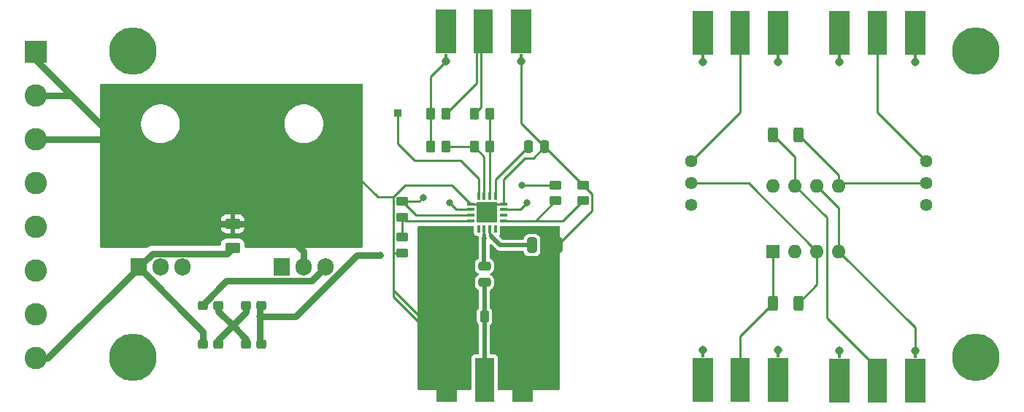
<source format=gbr>
%TF.GenerationSoftware,KiCad,Pcbnew,7.0.5*%
%TF.CreationDate,2023-07-10T11:24:46-06:00*%
%TF.ProjectId,S_Tele,535f5465-6c65-42e6-9b69-6361645f7063,rev?*%
%TF.SameCoordinates,Original*%
%TF.FileFunction,Copper,L1,Top*%
%TF.FilePolarity,Positive*%
%FSLAX46Y46*%
G04 Gerber Fmt 4.6, Leading zero omitted, Abs format (unit mm)*
G04 Created by KiCad (PCBNEW 7.0.5) date 2023-07-10 11:24:46*
%MOMM*%
%LPD*%
G01*
G04 APERTURE LIST*
G04 Aperture macros list*
%AMRoundRect*
0 Rectangle with rounded corners*
0 $1 Rounding radius*
0 $2 $3 $4 $5 $6 $7 $8 $9 X,Y pos of 4 corners*
0 Add a 4 corners polygon primitive as box body*
4,1,4,$2,$3,$4,$5,$6,$7,$8,$9,$2,$3,0*
0 Add four circle primitives for the rounded corners*
1,1,$1+$1,$2,$3*
1,1,$1+$1,$4,$5*
1,1,$1+$1,$6,$7*
1,1,$1+$1,$8,$9*
0 Add four rect primitives between the rounded corners*
20,1,$1+$1,$2,$3,$4,$5,0*
20,1,$1+$1,$4,$5,$6,$7,0*
20,1,$1+$1,$6,$7,$8,$9,0*
20,1,$1+$1,$8,$9,$2,$3,0*%
G04 Aperture macros list end*
%TA.AperFunction,SMDPad,CuDef*%
%ADD10RoundRect,0.250000X-0.262500X-0.450000X0.262500X-0.450000X0.262500X0.450000X-0.262500X0.450000X0*%
%TD*%
%TA.AperFunction,SMDPad,CuDef*%
%ADD11RoundRect,0.250000X-0.312500X-0.275000X0.312500X-0.275000X0.312500X0.275000X-0.312500X0.275000X0*%
%TD*%
%TA.AperFunction,SMDPad,CuDef*%
%ADD12RoundRect,0.250000X0.262500X0.450000X-0.262500X0.450000X-0.262500X-0.450000X0.262500X-0.450000X0*%
%TD*%
%TA.AperFunction,SMDPad,CuDef*%
%ADD13RoundRect,0.250000X0.625000X-0.375000X0.625000X0.375000X-0.625000X0.375000X-0.625000X-0.375000X0*%
%TD*%
%TA.AperFunction,SMDPad,CuDef*%
%ADD14R,2.290000X5.080000*%
%TD*%
%TA.AperFunction,SMDPad,CuDef*%
%ADD15R,2.420000X5.080000*%
%TD*%
%TA.AperFunction,SMDPad,CuDef*%
%ADD16R,0.460000X0.950000*%
%TD*%
%TA.AperFunction,ComponentPad*%
%ADD17C,0.970000*%
%TD*%
%TA.AperFunction,SMDPad,CuDef*%
%ADD18RoundRect,0.250000X0.312500X0.625000X-0.312500X0.625000X-0.312500X-0.625000X0.312500X-0.625000X0*%
%TD*%
%TA.AperFunction,ComponentPad*%
%ADD19C,5.500000*%
%TD*%
%TA.AperFunction,SMDPad,CuDef*%
%ADD20RoundRect,0.250000X-0.450000X0.262500X-0.450000X-0.262500X0.450000X-0.262500X0.450000X0.262500X0*%
%TD*%
%TA.AperFunction,SMDPad,CuDef*%
%ADD21R,0.899999X0.300000*%
%TD*%
%TA.AperFunction,SMDPad,CuDef*%
%ADD22R,0.300000X0.899999*%
%TD*%
%TA.AperFunction,SMDPad,CuDef*%
%ADD23R,2.350000X2.350000*%
%TD*%
%TA.AperFunction,SMDPad,CuDef*%
%ADD24RoundRect,0.250000X0.325000X0.650000X-0.325000X0.650000X-0.325000X-0.650000X0.325000X-0.650000X0*%
%TD*%
%TA.AperFunction,SMDPad,CuDef*%
%ADD25RoundRect,0.250000X0.312500X0.275000X-0.312500X0.275000X-0.312500X-0.275000X0.312500X-0.275000X0*%
%TD*%
%TA.AperFunction,ComponentPad*%
%ADD26R,0.850000X0.850000*%
%TD*%
%TA.AperFunction,ComponentPad*%
%ADD27R,1.905000X2.000000*%
%TD*%
%TA.AperFunction,ComponentPad*%
%ADD28O,1.905000X2.000000*%
%TD*%
%TA.AperFunction,SMDPad,CuDef*%
%ADD29RoundRect,0.250000X0.450000X-0.262500X0.450000X0.262500X-0.450000X0.262500X-0.450000X-0.262500X0*%
%TD*%
%TA.AperFunction,SMDPad,CuDef*%
%ADD30RoundRect,0.250000X0.475000X-0.250000X0.475000X0.250000X-0.475000X0.250000X-0.475000X-0.250000X0*%
%TD*%
%TA.AperFunction,SMDPad,CuDef*%
%ADD31RoundRect,0.250000X-0.250000X-0.475000X0.250000X-0.475000X0.250000X0.475000X-0.250000X0.475000X0*%
%TD*%
%TA.AperFunction,ComponentPad*%
%ADD32R,1.600000X1.600000*%
%TD*%
%TA.AperFunction,ComponentPad*%
%ADD33O,1.600000X1.600000*%
%TD*%
%TA.AperFunction,ComponentPad*%
%ADD34C,1.440000*%
%TD*%
%TA.AperFunction,ComponentPad*%
%ADD35R,2.600000X2.600000*%
%TD*%
%TA.AperFunction,ComponentPad*%
%ADD36C,2.600000*%
%TD*%
%TA.AperFunction,ViaPad*%
%ADD37C,0.800000*%
%TD*%
%TA.AperFunction,Conductor*%
%ADD38C,0.800000*%
%TD*%
%TA.AperFunction,Conductor*%
%ADD39C,0.250000*%
%TD*%
%TA.AperFunction,Conductor*%
%ADD40C,0.533400*%
%TD*%
%TA.AperFunction,Conductor*%
%ADD41C,0.300000*%
%TD*%
G04 APERTURE END LIST*
D10*
%TO.P,R2,1*%
%TO.N,GND*%
X128223000Y-89884250D03*
%TO.P,R2,2*%
%TO.N,VSET*%
X130048000Y-89884250D03*
%TD*%
D11*
%TO.P,C4,1*%
%TO.N,+5VDC*%
X101855500Y-108362750D03*
%TO.P,C4,2*%
%TO.N,GND*%
X103630500Y-108362750D03*
%TD*%
D12*
%TO.P,R1,1*%
%TO.N,VOUT*%
X135128000Y-86074250D03*
%TO.P,R1,2*%
%TO.N,DCOUT*%
X133303000Y-86074250D03*
%TD*%
D13*
%TO.P,D1,1,K*%
%TO.N,Vin*%
X105283000Y-101637750D03*
%TO.P,D1,2,A*%
%TO.N,GND*%
X105283000Y-98837750D03*
%TD*%
D11*
%TO.P,C1,1*%
%TO.N,Vin*%
X101855500Y-112807750D03*
%TO.P,C1,2*%
%TO.N,GND*%
X103630500Y-112807750D03*
%TD*%
D12*
%TO.P,R3,1*%
%TO.N,RFIN*%
X134493000Y-109569250D03*
%TO.P,R3,2*%
%TO.N,GND*%
X132668000Y-109569250D03*
%TD*%
D14*
%TO.P,J5,1,In*%
%TO.N,Net-(J5-In)*%
X164173200Y-76615850D03*
D15*
%TO.P,J5,2,Ext*%
%TO.N,GND*%
X168553200Y-76615850D03*
X159793200Y-76615850D03*
D16*
X168553200Y-79605850D03*
X159793200Y-79605850D03*
D17*
X168553200Y-80055850D03*
X159793200Y-80055850D03*
%TD*%
D18*
%TO.P,Rf2,1*%
%TO.N,Net-(U4B-+)*%
X170894200Y-88474350D03*
%TO.P,Rf2,2*%
%TO.N,Net-(J8-In)*%
X167969200Y-88474350D03*
%TD*%
D19*
%TO.P,REF\u002A\u002A,1*%
%TO.N,N/C*%
X93726000Y-78740000D03*
%TD*%
D20*
%TO.P,R10,1*%
%TO.N,VREF*%
X124968000Y-96234250D03*
%TO.P,R10,2*%
%TO.N,VTGT*%
X124968000Y-98059250D03*
%TD*%
D10*
%TO.P,R6,1*%
%TO.N,VSET*%
X133303000Y-89884250D03*
%TO.P,R6,2*%
%TO.N,VOUT*%
X135128000Y-89884250D03*
%TD*%
D14*
%TO.P,J3,1,In*%
%TO.N,RFIN*%
X134493000Y-116929250D03*
D15*
%TO.P,J3,2,Ext*%
%TO.N,GND*%
X130113000Y-116929250D03*
X138873000Y-116929250D03*
D16*
X130113000Y-113939250D03*
X138873000Y-113939250D03*
D17*
X130113000Y-113489250D03*
X138873000Y-113489250D03*
%TD*%
D21*
%TO.P,U3,1,TADJ/PWDN*%
%TO.N,TADJ{slash}PWDN*%
X136688000Y-98474248D03*
%TO.P,U3,2,NC*%
%TO.N,unconnected-(U3-NC-Pad2)*%
X136688000Y-97824250D03*
%TO.P,U3,3,VPOS*%
%TO.N,+5VDC*%
X136688000Y-97174248D03*
%TO.P,U3,4,COMM*%
%TO.N,GND*%
X136688000Y-96524250D03*
D22*
%TO.P,U3,5,CLPF*%
%TO.N,CLPF*%
X135763000Y-95599250D03*
%TO.P,U3,6,VOUT*%
%TO.N,VOUT*%
X135113002Y-95599250D03*
%TO.P,U3,7,VSET*%
%TO.N,VSET*%
X134463000Y-95599250D03*
%TO.P,U3,8,TEMP*%
%TO.N,TEMP*%
X133813002Y-95599250D03*
D21*
%TO.P,U3,9,COMM*%
%TO.N,GND*%
X132888002Y-96524250D03*
%TO.P,U3,10,VPOS*%
%TO.N,+5VDC*%
X132888002Y-97174248D03*
%TO.P,U3,11,VREF*%
%TO.N,VREF*%
X132888002Y-97824250D03*
%TO.P,U3,12,VTGT*%
%TO.N,VTGT*%
X132888002Y-98474248D03*
D22*
%TO.P,U3,13,NC*%
%TO.N,unconnected-(U3-NC-Pad13)*%
X133813002Y-99399248D03*
%TO.P,U3,14,INHI*%
%TO.N,INHI*%
X134463000Y-99399248D03*
%TO.P,U3,15,INLO*%
%TO.N,INLO*%
X135113002Y-99399248D03*
%TO.P,U3,16,NC*%
%TO.N,unconnected-(U3-NC-Pad16)*%
X135763000Y-99399248D03*
D23*
%TO.P,U3,17,EPAD*%
%TO.N,GND*%
X134788001Y-97499249D03*
%TD*%
D14*
%TO.P,J4,1,In*%
%TO.N,DCOUT*%
X134366000Y-76523500D03*
D15*
%TO.P,J4,2,Ext*%
%TO.N,GND*%
X138746000Y-76523500D03*
X129986000Y-76523500D03*
D16*
X138746000Y-79513500D03*
X129986000Y-79513500D03*
D17*
X138746000Y-79963500D03*
X129986000Y-79963500D03*
%TD*%
D24*
%TO.P,C12,1*%
%TO.N,GND*%
X142953000Y-101314250D03*
%TO.P,C12,2*%
%TO.N,INLO*%
X140003000Y-101314250D03*
%TD*%
D25*
%TO.P,C2,1*%
%TO.N,+15VDC*%
X108633000Y-108362750D03*
%TO.P,C2,2*%
%TO.N,GND*%
X106858000Y-108362750D03*
%TD*%
D20*
%TO.P,R11,1*%
%TO.N,VTGT*%
X124968000Y-100401750D03*
%TO.P,R11,2*%
%TO.N,GND*%
X124968000Y-102226750D03*
%TD*%
D26*
%TO.P,J2,1,Pin_1*%
%TO.N,TEMP*%
X124460000Y-86010750D03*
%TD*%
D19*
%TO.P,REF\u002A\u002A,1*%
%TO.N,N/C*%
X191516000Y-78740000D03*
%TD*%
D27*
%TO.P,U1,1,IN*%
%TO.N,Vin*%
X94368000Y-103876750D03*
D28*
%TO.P,U1,2,GND*%
%TO.N,GND*%
X96908000Y-103876750D03*
%TO.P,U1,3,OUT*%
%TO.N,+15VDC*%
X99448000Y-103876750D03*
%TD*%
D19*
%TO.P,REF\u002A\u002A,1*%
%TO.N,N/C*%
X93726000Y-114300000D03*
%TD*%
%TO.P,REF\u002A\u002A,1*%
%TO.N,N/C*%
X191516000Y-114300000D03*
%TD*%
D29*
%TO.P,R9,1*%
%TO.N,TADJ{slash}PWDN*%
X142748000Y-96154250D03*
%TO.P,R9,2*%
%TO.N,VREF*%
X142748000Y-94329250D03*
%TD*%
D27*
%TO.P,U2,1,IN*%
%TO.N,+15VDC*%
X110998000Y-103876750D03*
D28*
%TO.P,U2,2,GND*%
%TO.N,GND*%
X113538000Y-103876750D03*
%TO.P,U2,3,OUT*%
%TO.N,+5VDC*%
X116078000Y-103876750D03*
%TD*%
D30*
%TO.P,C10,1*%
%TO.N,RFIN*%
X134493000Y-105644250D03*
%TO.P,C10,2*%
%TO.N,INHI*%
X134493000Y-103744250D03*
%TD*%
D31*
%TO.P,C9,1*%
%TO.N,CLPF*%
X139573000Y-89884250D03*
%TO.P,C9,2*%
%TO.N,GND*%
X141473000Y-89884250D03*
%TD*%
D14*
%TO.P,J6,1,In*%
%TO.N,Net-(J6-In)*%
X164173400Y-116929400D03*
D15*
%TO.P,J6,2,Ext*%
%TO.N,GND*%
X159793400Y-116929400D03*
X168553400Y-116929400D03*
D16*
X159793400Y-113939400D03*
X168553400Y-113939400D03*
D17*
X159793400Y-113489400D03*
X168553400Y-113489400D03*
%TD*%
D12*
%TO.P,R15,1*%
%TO.N,DCOUT*%
X130048000Y-86074250D03*
%TO.P,R15,2*%
%TO.N,GND*%
X128223000Y-86074250D03*
%TD*%
D29*
%TO.P,R12,1*%
%TO.N,TADJ{slash}PWDN*%
X145923000Y-96154250D03*
%TO.P,R12,2*%
%TO.N,GND*%
X145923000Y-94329250D03*
%TD*%
D32*
%TO.P,U4,1*%
%TO.N,Net-(J6-In)*%
X167979200Y-102053350D03*
D33*
%TO.P,U4,2,-*%
%TO.N,GND*%
X170519200Y-102053350D03*
%TO.P,U4,3,+*%
%TO.N,Net-(U4A-+)*%
X173059200Y-102053350D03*
%TO.P,U4,4,V-*%
%TO.N,GND*%
X175599200Y-102053350D03*
%TO.P,U4,5,+*%
%TO.N,Net-(U4B-+)*%
X175599200Y-94433350D03*
%TO.P,U4,6,-*%
%TO.N,GND*%
X173059200Y-94433350D03*
%TO.P,U4,7*%
%TO.N,Net-(J8-In)*%
X170519200Y-94433350D03*
%TO.P,U4,8,V+*%
%TO.N,+15VDC*%
X167979200Y-94433350D03*
%TD*%
D25*
%TO.P,C3,1*%
%TO.N,+15VDC*%
X108633000Y-112807750D03*
%TO.P,C3,2*%
%TO.N,GND*%
X106858000Y-112807750D03*
%TD*%
D34*
%TO.P,R_pot2,1,1*%
%TO.N,Net-(J7-In)*%
X185749200Y-91585850D03*
%TO.P,R_pot2,2,2*%
%TO.N,Net-(U4B-+)*%
X185749200Y-94125850D03*
%TO.P,R_pot2,3,3*%
%TO.N,unconnected-(R_pot2-Pad3)*%
X185749200Y-96665850D03*
%TD*%
D14*
%TO.P,J8,1,In*%
%TO.N,Net-(J8-In)*%
X180048400Y-117004400D03*
D15*
%TO.P,J8,2,Ext*%
%TO.N,GND*%
X175668400Y-117004400D03*
X184428400Y-117004400D03*
D16*
X175668400Y-114014400D03*
X184428400Y-114014400D03*
D17*
X175668400Y-113564400D03*
X184428400Y-113564400D03*
%TD*%
D18*
%TO.P,Rf1,1*%
%TO.N,Net-(U4A-+)*%
X170904200Y-108032350D03*
%TO.P,Rf1,2*%
%TO.N,Net-(J6-In)*%
X167979200Y-108032350D03*
%TD*%
D35*
%TO.P,J1,1,Pin_1*%
%TO.N,GND*%
X82423000Y-78898750D03*
D36*
%TO.P,J1,2,Pin_2*%
X82423000Y-83978750D03*
%TO.P,J1,3,Pin_3*%
X82423000Y-89058750D03*
%TO.P,J1,4,Pin_4*%
%TO.N,+5VDC*%
X82423000Y-94138750D03*
%TO.P,J1,5,Pin_5*%
X82423000Y-99218750D03*
%TO.P,J1,6,Pin_6*%
%TO.N,+15VDC*%
X82423000Y-104298750D03*
%TO.P,J1,7,Pin_7*%
X82423000Y-109378750D03*
%TO.P,J1,8,Pin_8*%
%TO.N,Vin*%
X82423000Y-114458750D03*
%TD*%
D14*
%TO.P,J7,1,In*%
%TO.N,Net-(J7-In)*%
X180048200Y-76615850D03*
D15*
%TO.P,J7,2,Ext*%
%TO.N,GND*%
X184428200Y-76615850D03*
X175668200Y-76615850D03*
D16*
X184428200Y-79605850D03*
X175668200Y-79605850D03*
D17*
X184428200Y-80055850D03*
X175668200Y-80055850D03*
%TD*%
D34*
%TO.P,R_pot1,1,1*%
%TO.N,Net-(J5-In)*%
X158444200Y-91585850D03*
%TO.P,R_pot1,2,2*%
%TO.N,Net-(U4A-+)*%
X158444200Y-94125850D03*
%TO.P,R_pot1,3,3*%
%TO.N,unconnected-(R_pot1-Pad3)*%
X158444200Y-96665850D03*
%TD*%
D37*
%TO.N,GND*%
X105156000Y-85598000D03*
X107696000Y-92710000D03*
X142113000Y-111416750D03*
X132588000Y-111416750D03*
X91186000Y-100330000D03*
X116332000Y-98298000D03*
X136398000Y-111416750D03*
X113538000Y-96520000D03*
X102616000Y-87122000D03*
X127508000Y-113956750D03*
X91186000Y-90170000D03*
X113538000Y-100330000D03*
X119126000Y-96520000D03*
X136398000Y-105066750D03*
X96901000Y-90170000D03*
X96901000Y-83820000D03*
X96901000Y-96520000D03*
X99314000Y-98298000D03*
X91186000Y-92710000D03*
X142113000Y-113956750D03*
X99568000Y-91440000D03*
X132588000Y-107606750D03*
X113538000Y-83820000D03*
X102616000Y-90170000D03*
X113538000Y-92710000D03*
X127508000Y-102526750D03*
X132588000Y-105066750D03*
X102616000Y-100330000D03*
X102616000Y-96520000D03*
X110998000Y-98298000D03*
X94234000Y-98298000D03*
X91186000Y-87122000D03*
X119126000Y-92710000D03*
X94234000Y-91598750D03*
X107696000Y-87122000D03*
X142113000Y-117131750D03*
X119126000Y-90170000D03*
X142113000Y-105066750D03*
X96901000Y-92710000D03*
X136398000Y-107606750D03*
X107696000Y-83820000D03*
X110744000Y-91440000D03*
X142113000Y-107606750D03*
X119126000Y-87122000D03*
X119126000Y-100330000D03*
X116332000Y-91440000D03*
X107696000Y-96520000D03*
X102616000Y-83820000D03*
X105156000Y-88392000D03*
X107696000Y-100330000D03*
X136398000Y-102526750D03*
X113538000Y-90170000D03*
X119126000Y-83820000D03*
X96901000Y-100330000D03*
X132588000Y-102526750D03*
X127508000Y-111416750D03*
X127508000Y-105066750D03*
X105283000Y-110648750D03*
X91186000Y-83820000D03*
X127508000Y-117131750D03*
X105156000Y-95138250D03*
X105156000Y-91440000D03*
X127508000Y-107606750D03*
X102616000Y-92710000D03*
X91186000Y-96520000D03*
X107696000Y-90170000D03*
%TO.N,+15VDC*%
X122428000Y-102520750D03*
X108458000Y-109632750D03*
%TO.N,+5VDC*%
X139446000Y-96424750D03*
X130429000Y-96424750D03*
%TO.N,VREF*%
X138811000Y-94361000D03*
X127381000Y-95758000D03*
%TD*%
D38*
%TO.N,Vin*%
X95968000Y-102276750D02*
X104644000Y-102276750D01*
X104644000Y-102276750D02*
X105283000Y-101637750D01*
X94368000Y-103876750D02*
X95968000Y-102276750D01*
X94368000Y-103876750D02*
X101855500Y-111364250D01*
X82423000Y-114458750D02*
X83820000Y-114458750D01*
X83820000Y-114458750D02*
X94368000Y-103910750D01*
X94368000Y-103910750D02*
X94368000Y-103876750D01*
X101855500Y-112807750D02*
X101855500Y-111364250D01*
D39*
%TO.N,GND*%
X138746000Y-79963500D02*
X138746000Y-87157250D01*
D38*
X106858000Y-108362750D02*
X106858000Y-109073750D01*
D39*
X136688000Y-93690000D02*
X139192000Y-91186000D01*
X142113000Y-105066750D02*
X142292327Y-105066750D01*
X119126000Y-92710000D02*
X122149577Y-95733577D01*
D38*
X94234000Y-91598750D02*
X101473000Y-98837750D01*
X91694000Y-89058750D02*
X91995625Y-89360375D01*
D39*
X175599200Y-96973350D02*
X173059200Y-94433350D01*
X123943000Y-106553000D02*
X123943000Y-102235000D01*
D38*
X106858000Y-109073750D02*
X105283000Y-110648750D01*
X94234000Y-91598750D02*
X91995625Y-89360375D01*
D39*
X129986000Y-79963500D02*
X128223000Y-81726500D01*
D38*
X106858000Y-112807750D02*
X106858000Y-112223750D01*
X91995625Y-89360375D02*
X86915625Y-84280375D01*
D39*
X133813002Y-96524250D02*
X134788001Y-97499249D01*
D38*
X86614000Y-83978750D02*
X86915625Y-84280375D01*
D39*
X145918000Y-94329250D02*
X141473000Y-89884250D01*
D38*
X106858000Y-112223750D02*
X105283000Y-110648750D01*
D39*
X122149577Y-95733577D02*
X123943000Y-95733577D01*
D38*
X103630500Y-112301250D02*
X105283000Y-110648750D01*
X82423000Y-89058750D02*
X90170000Y-89058750D01*
D39*
X126959250Y-109569250D02*
X123943000Y-106553000D01*
X146948000Y-95354250D02*
X146948000Y-97319250D01*
D38*
X103630500Y-108362750D02*
X103630500Y-108996250D01*
D39*
X142113000Y-105246077D02*
X142113000Y-105066750D01*
D38*
X103630500Y-108996250D02*
X105283000Y-110648750D01*
D39*
X139192000Y-91186000D02*
X140171250Y-91186000D01*
X123943000Y-102235000D02*
X123943000Y-95733577D01*
X130737754Y-94374002D02*
X132888002Y-96524250D01*
X142292327Y-105066750D02*
X142953000Y-104406077D01*
X175599200Y-102053350D02*
X175599200Y-96973350D01*
D38*
X113538000Y-102076750D02*
X113538000Y-103876750D01*
D39*
X140171250Y-91186000D02*
X141473000Y-89884250D01*
X125302575Y-94374002D02*
X130737754Y-94374002D01*
X123943000Y-107319250D02*
X123943000Y-106553000D01*
X124959750Y-102235000D02*
X124968000Y-102226750D01*
X145923000Y-94329250D02*
X146948000Y-95354250D01*
D38*
X82423000Y-79787750D02*
X86915625Y-84280375D01*
D39*
X127508000Y-111416750D02*
X127508000Y-110884250D01*
X145923000Y-94329250D02*
X145918000Y-94329250D01*
X132668000Y-109569250D02*
X126959250Y-109569250D01*
X123943000Y-102235000D02*
X124959750Y-102235000D01*
X135763000Y-96524250D02*
X134788001Y-97499249D01*
D38*
X101473000Y-98837750D02*
X105283000Y-98837750D01*
D39*
X132888002Y-96524250D02*
X133813002Y-96524250D01*
X127508000Y-110884250D02*
X123943000Y-107319250D01*
D38*
X90074750Y-89058750D02*
X90170000Y-89058750D01*
X103630500Y-112807750D02*
X103630500Y-112301250D01*
D39*
X184428400Y-113564400D02*
X184428400Y-110882550D01*
X146948000Y-97319250D02*
X142953000Y-101314250D01*
D38*
X82423000Y-83978750D02*
X86614000Y-83978750D01*
D39*
X136688000Y-96524250D02*
X136688000Y-93690000D01*
X138746000Y-87157250D02*
X141473000Y-89884250D01*
D38*
X105283000Y-98837750D02*
X110299000Y-98837750D01*
X110299000Y-98837750D02*
X113538000Y-102076750D01*
D39*
X123943000Y-95733577D02*
X125302575Y-94374002D01*
X136688000Y-96524250D02*
X135763000Y-96524250D01*
X184428400Y-110882550D02*
X175599200Y-102053350D01*
D38*
X90170000Y-89058750D02*
X91694000Y-89058750D01*
X82423000Y-78898750D02*
X82423000Y-79787750D01*
D39*
X128223000Y-81726500D02*
X128223000Y-89884250D01*
D38*
%TO.N,+15VDC*%
X119677067Y-102520750D02*
X122428000Y-102520750D01*
X108458000Y-108537750D02*
X108633000Y-108362750D01*
X108633000Y-112807750D02*
X108458000Y-112632750D01*
X111887000Y-109632750D02*
X112565067Y-109632750D01*
X108458000Y-109632750D02*
X111887000Y-109632750D01*
X108458000Y-112632750D02*
X108458000Y-108537750D01*
X112565067Y-109632750D02*
X119677067Y-102520750D01*
%TO.N,+5VDC*%
X101855500Y-108198168D02*
X101855500Y-108362750D01*
X114478000Y-105476750D02*
X116078000Y-103876750D01*
D39*
X136688000Y-97174248D02*
X138696502Y-97174248D01*
D38*
X104576918Y-105476750D02*
X114478000Y-105476750D01*
D39*
X132888002Y-97174248D02*
X131178498Y-97174248D01*
X131178498Y-97174248D02*
X130429000Y-96424750D01*
X138696502Y-97174248D02*
X139446000Y-96424750D01*
D38*
X104576918Y-105476750D02*
X101855500Y-108198168D01*
D39*
%TO.N,CLPF*%
X135763000Y-93694250D02*
X135763000Y-95599250D01*
X139573000Y-89884250D02*
X135763000Y-93694250D01*
D40*
%TO.N,INHI*%
X134463000Y-103714250D02*
X134493000Y-103744250D01*
X134463000Y-100621750D02*
X134463000Y-103714250D01*
D41*
%TO.N,INLO*%
X135113002Y-99399248D02*
X135113002Y-99844752D01*
D40*
X140003000Y-101314250D02*
X136328500Y-101314250D01*
D41*
X135113002Y-99844752D02*
X135128000Y-99859750D01*
D40*
X136328500Y-101314250D02*
X135509000Y-100494750D01*
D39*
%TO.N,DCOUT*%
X134112000Y-76677750D02*
X134380200Y-76409550D01*
X133303000Y-86074250D02*
X134112000Y-85265250D01*
X133604000Y-82518250D02*
X133604000Y-77185750D01*
X130048000Y-86074250D02*
X133604000Y-82518250D01*
X133604000Y-77185750D02*
X134380200Y-76409550D01*
X134112000Y-85265250D02*
X134112000Y-76677750D01*
%TO.N,Net-(J5-In)*%
X164149200Y-85880850D02*
X164149200Y-76615850D01*
X158444200Y-91585850D02*
X164149200Y-85880850D01*
%TO.N,Net-(J6-In)*%
X164159200Y-111852350D02*
X164159200Y-117043350D01*
X167979200Y-108032350D02*
X164159200Y-111852350D01*
X167979200Y-102053350D02*
X167979200Y-108032350D01*
%TO.N,Net-(J7-In)*%
X180024200Y-85860850D02*
X185749200Y-91585850D01*
X180024200Y-76615850D02*
X180024200Y-85860850D01*
%TO.N,TEMP*%
X133813002Y-95599250D02*
X133813002Y-93585752D01*
X131699000Y-91471750D02*
X126365000Y-91471750D01*
X133813002Y-93585752D02*
X131699000Y-91471750D01*
X126365000Y-91471750D02*
X124460000Y-89566750D01*
X124460000Y-86010750D02*
X124460000Y-89566750D01*
%TO.N,VOUT*%
X135113002Y-95599250D02*
X135113002Y-86089248D01*
X135113002Y-86089248D02*
X135128000Y-86074250D01*
%TO.N,VSET*%
X133303000Y-89884250D02*
X134463000Y-91044250D01*
X134463000Y-91044250D02*
X134463000Y-95599250D01*
X130048000Y-89884250D02*
X133303000Y-89884250D01*
%TO.N,TADJ{slash}PWDN*%
X140428002Y-98474248D02*
X142748000Y-96154250D01*
X136688000Y-98474248D02*
X140428002Y-98474248D01*
X140428002Y-98474248D02*
X143603002Y-98474248D01*
X143603002Y-98474248D02*
X145923000Y-96154250D01*
%TO.N,VREF*%
X126904750Y-96234250D02*
X127381000Y-95758000D01*
X132888002Y-97824250D02*
X126558000Y-97824250D01*
X138811000Y-94361000D02*
X142716250Y-94361000D01*
X124968000Y-96234250D02*
X126904750Y-96234250D01*
X126558000Y-97824250D02*
X124968000Y-96234250D01*
X142716250Y-94361000D02*
X142748000Y-94329250D01*
%TO.N,VTGT*%
X125382998Y-98474248D02*
X132888002Y-98474248D01*
X124968000Y-100401750D02*
X124968000Y-98059250D01*
X124968000Y-98059250D02*
X125382998Y-98474248D01*
%TO.N,Net-(U4A-+)*%
X170904200Y-108032350D02*
X173059200Y-105877350D01*
X173059200Y-105877350D02*
X173059200Y-102053350D01*
X158444200Y-94125850D02*
X165131700Y-94125850D01*
X165131700Y-94125850D02*
X173059200Y-102053350D01*
%TO.N,Net-(U4B-+)*%
X185749200Y-94125850D02*
X175906700Y-94125850D01*
X170894200Y-88474350D02*
X175599200Y-93179350D01*
X175906700Y-94125850D02*
X175599200Y-94433350D01*
X175599200Y-93179350D02*
X175599200Y-94433350D01*
%TO.N,Net-(J8-In)*%
X180048400Y-117004400D02*
X180048400Y-115609400D01*
X170519200Y-91024350D02*
X170519200Y-94433350D01*
X167969200Y-88474350D02*
X170519200Y-91024350D01*
X174184200Y-109745200D02*
X174184200Y-98098350D01*
X180048400Y-115609400D02*
X174184200Y-109745200D01*
X174184200Y-98098350D02*
X170519200Y-94433350D01*
D40*
%TO.N,RFIN*%
X134493000Y-109569250D02*
X134493000Y-105644250D01*
X134493000Y-116929250D02*
X134493000Y-109569250D01*
%TD*%
%TA.AperFunction,Conductor*%
%TO.N,INHI*%
G36*
X134602694Y-99398011D02*
G01*
X134610500Y-99402399D01*
X134613000Y-99409628D01*
X134613000Y-99624247D01*
X134616024Y-99723168D01*
X134616267Y-99731084D01*
X134616268Y-99731097D01*
X134625135Y-99826188D01*
X134625135Y-99826192D01*
X134638202Y-99913436D01*
X134638213Y-99913499D01*
X134654075Y-99996761D01*
X134671360Y-100080052D01*
X134688603Y-100166941D01*
X134688635Y-100167113D01*
X134704472Y-100261621D01*
X134704509Y-100261874D01*
X134717544Y-100367853D01*
X134717573Y-100368142D01*
X134726421Y-100489566D01*
X134726435Y-100489856D01*
X134729452Y-100620087D01*
X134726218Y-100628437D01*
X134719106Y-100631980D01*
X134464351Y-100661597D01*
X134461649Y-100661597D01*
X134206892Y-100631980D01*
X134199070Y-100627620D01*
X134196546Y-100620089D01*
X134199564Y-100489825D01*
X134199575Y-100489603D01*
X134208428Y-100368102D01*
X134208450Y-100367889D01*
X134221496Y-100261824D01*
X134221526Y-100261621D01*
X134237372Y-100167062D01*
X134237395Y-100166941D01*
X134254640Y-100080052D01*
X134260689Y-100050898D01*
X134271921Y-99996774D01*
X134287792Y-99913465D01*
X134300863Y-99826194D01*
X134309732Y-99731082D01*
X134313000Y-99624247D01*
X134313000Y-99409628D01*
X134316427Y-99401355D01*
X134323305Y-99398011D01*
X134461608Y-99381415D01*
X134464392Y-99381415D01*
X134602694Y-99398011D01*
G37*
%TD.AperFunction*%
%TD*%
%TA.AperFunction,Conductor*%
%TO.N,INLO*%
G36*
X135007654Y-99324770D02*
G01*
X135241731Y-99420828D01*
X135248083Y-99427138D01*
X135248112Y-99436093D01*
X135246743Y-99438542D01*
X135171739Y-99541448D01*
X135171739Y-99541449D01*
X135178793Y-99631065D01*
X135178804Y-99631235D01*
X135183049Y-99721883D01*
X135245421Y-99796355D01*
X135289395Y-99850520D01*
X135302227Y-99866326D01*
X135302227Y-99866327D01*
X135302228Y-99866327D01*
X135359034Y-99936300D01*
X135359041Y-99936308D01*
X135421379Y-100010738D01*
X135421428Y-100010795D01*
X135494925Y-100094255D01*
X135494938Y-100094269D01*
X135558365Y-100162449D01*
X135585116Y-100191205D01*
X135585139Y-100191229D01*
X135585149Y-100191239D01*
X135697584Y-100306164D01*
X135720002Y-100328582D01*
X135723429Y-100336855D01*
X135722271Y-100341931D01*
X135605068Y-100585352D01*
X135599602Y-100590818D01*
X135356181Y-100708021D01*
X135347240Y-100708522D01*
X135342832Y-100705752D01*
X135320519Y-100683439D01*
X135320316Y-100683225D01*
X135274503Y-100632549D01*
X135210124Y-100561334D01*
X135209702Y-100560809D01*
X135131562Y-100450988D01*
X135131180Y-100450375D01*
X135076925Y-100349462D01*
X135076655Y-100348886D01*
X135059405Y-100306164D01*
X135038241Y-100253750D01*
X135038126Y-100253437D01*
X135008062Y-100162448D01*
X135007490Y-100159434D01*
X135002375Y-100068357D01*
X134989181Y-99972774D01*
X134967363Y-99909514D01*
X134950839Y-99861602D01*
X134950200Y-99857787D01*
X134950200Y-99430389D01*
X134951174Y-99425715D01*
X134992487Y-99330921D01*
X134998934Y-99324705D01*
X135007654Y-99324770D01*
G37*
%TD.AperFunction*%
%TD*%
%TA.AperFunction,Conductor*%
%TO.N,GND*%
G36*
X133224541Y-99079685D02*
G01*
X133270296Y-99132489D01*
X133281502Y-99183999D01*
X133281502Y-99885454D01*
X133292306Y-99959609D01*
X133292306Y-99959610D01*
X133292307Y-99959612D01*
X133348223Y-100073991D01*
X133348225Y-100073994D01*
X133438255Y-100164024D01*
X133438258Y-100164026D01*
X133535923Y-100211771D01*
X133552641Y-100219944D01*
X133626796Y-100230748D01*
X133697548Y-100230748D01*
X133764587Y-100250433D01*
X133810342Y-100303237D01*
X133821220Y-100363760D01*
X133813936Y-100463718D01*
X133813658Y-100468249D01*
X133813413Y-100473216D01*
X133813226Y-100478339D01*
X133810148Y-100611222D01*
X133810055Y-100617258D01*
X133813255Y-100637340D01*
X133814799Y-100656850D01*
X133814800Y-102810025D01*
X133795115Y-102877064D01*
X133753921Y-102916757D01*
X133627875Y-102991299D01*
X133627867Y-102991305D01*
X133515055Y-103104117D01*
X133515049Y-103104125D01*
X133433832Y-103241456D01*
X133433830Y-103241462D01*
X133389319Y-103394669D01*
X133389317Y-103394680D01*
X133386500Y-103430474D01*
X133386500Y-104058025D01*
X133389317Y-104093819D01*
X133389319Y-104093830D01*
X133433830Y-104247037D01*
X133433832Y-104247043D01*
X133515049Y-104384374D01*
X133515055Y-104384382D01*
X133627867Y-104497194D01*
X133627871Y-104497197D01*
X133627873Y-104497199D01*
X133627876Y-104497200D01*
X133627875Y-104497200D01*
X133765206Y-104578417D01*
X133769902Y-104580449D01*
X133823609Y-104625140D01*
X133844629Y-104691773D01*
X133826288Y-104759192D01*
X133774409Y-104805993D01*
X133769902Y-104808051D01*
X133765206Y-104810082D01*
X133627875Y-104891299D01*
X133627867Y-104891305D01*
X133515055Y-105004117D01*
X133515049Y-105004125D01*
X133433832Y-105141456D01*
X133433830Y-105141462D01*
X133389319Y-105294669D01*
X133389317Y-105294680D01*
X133386500Y-105330474D01*
X133386500Y-105958025D01*
X133389317Y-105993819D01*
X133389319Y-105993830D01*
X133433830Y-106147037D01*
X133433832Y-106147043D01*
X133515049Y-106284374D01*
X133515055Y-106284382D01*
X133627867Y-106397194D01*
X133627876Y-106397201D01*
X133765204Y-106478416D01*
X133765206Y-106478416D01*
X133765208Y-106478418D01*
X133765209Y-106478418D01*
X133770038Y-106480508D01*
X133823750Y-106525194D01*
X133844775Y-106591825D01*
X133844800Y-106594313D01*
X133844800Y-108560511D01*
X133825115Y-108627550D01*
X133808481Y-108648192D01*
X133727555Y-108729117D01*
X133727549Y-108729125D01*
X133646332Y-108866456D01*
X133646330Y-108866462D01*
X133601819Y-109019669D01*
X133601817Y-109019680D01*
X133599000Y-109055474D01*
X133599000Y-110083025D01*
X133601817Y-110118819D01*
X133601819Y-110118830D01*
X133646330Y-110272037D01*
X133646332Y-110272043D01*
X133727549Y-110409374D01*
X133727555Y-110409382D01*
X133808480Y-110490307D01*
X133841965Y-110551630D01*
X133844799Y-110577988D01*
X133844800Y-113883750D01*
X133825115Y-113950789D01*
X133772311Y-113996544D01*
X133720800Y-114007750D01*
X133311794Y-114007750D01*
X133237639Y-114018554D01*
X133237637Y-114018554D01*
X133237635Y-114018555D01*
X133123256Y-114074471D01*
X133123253Y-114074473D01*
X133033223Y-114164503D01*
X133033221Y-114164506D01*
X132977305Y-114278885D01*
X132977304Y-114278887D01*
X132977304Y-114278889D01*
X132966500Y-114353044D01*
X132966499Y-114353049D01*
X132966500Y-114353049D01*
X132966500Y-117986000D01*
X132946815Y-118053039D01*
X132894011Y-118098794D01*
X132842500Y-118110000D01*
X126870000Y-118110000D01*
X126802961Y-118090315D01*
X126757206Y-118037511D01*
X126746000Y-117986000D01*
X126746000Y-99184000D01*
X126765685Y-99116961D01*
X126818489Y-99071206D01*
X126870000Y-99060000D01*
X133157502Y-99060000D01*
X133224541Y-99079685D01*
G37*
%TD.AperFunction*%
%TA.AperFunction,Conductor*%
G36*
X143199039Y-99079685D02*
G01*
X143244794Y-99132489D01*
X143256000Y-99184000D01*
X143256000Y-117986000D01*
X143236315Y-118053039D01*
X143183511Y-118098794D01*
X143132000Y-118110000D01*
X136143500Y-118110000D01*
X136076461Y-118090315D01*
X136030706Y-118037511D01*
X136019500Y-117986000D01*
X136019500Y-114353049D01*
X136019500Y-114353048D01*
X136019500Y-114353044D01*
X136008696Y-114278889D01*
X136006361Y-114274113D01*
X135952778Y-114164506D01*
X135952776Y-114164503D01*
X135862746Y-114074473D01*
X135862743Y-114074471D01*
X135748364Y-114018555D01*
X135748362Y-114018554D01*
X135748361Y-114018554D01*
X135674206Y-114007750D01*
X135674200Y-114007750D01*
X135265200Y-114007750D01*
X135198161Y-113988065D01*
X135152406Y-113935261D01*
X135141200Y-113883750D01*
X135141200Y-110577988D01*
X135160885Y-110510949D01*
X135177514Y-110490311D01*
X135258449Y-110409377D01*
X135339668Y-110272042D01*
X135384182Y-110118824D01*
X135387000Y-110083020D01*
X135387000Y-109055480D01*
X135384182Y-109019676D01*
X135339668Y-108866458D01*
X135258449Y-108729123D01*
X135258447Y-108729121D01*
X135258444Y-108729117D01*
X135177519Y-108648192D01*
X135144034Y-108586869D01*
X135141200Y-108560511D01*
X135141200Y-106594313D01*
X135160885Y-106527274D01*
X135213689Y-106481519D01*
X135215962Y-106480508D01*
X135220787Y-106478419D01*
X135220792Y-106478418D01*
X135358127Y-106397199D01*
X135470949Y-106284377D01*
X135552168Y-106147042D01*
X135596682Y-105993824D01*
X135599500Y-105958020D01*
X135599500Y-105330480D01*
X135596682Y-105294676D01*
X135552168Y-105141458D01*
X135470949Y-105004123D01*
X135470947Y-105004121D01*
X135470944Y-105004117D01*
X135358132Y-104891305D01*
X135358124Y-104891299D01*
X135220790Y-104810081D01*
X135216101Y-104808052D01*
X135162392Y-104763363D01*
X135141370Y-104696731D01*
X135159709Y-104629311D01*
X135211587Y-104582509D01*
X135216101Y-104580448D01*
X135220785Y-104578419D01*
X135220792Y-104578418D01*
X135358127Y-104497199D01*
X135470949Y-104384377D01*
X135552168Y-104247042D01*
X135596682Y-104093824D01*
X135599500Y-104058020D01*
X135599500Y-103430480D01*
X135596682Y-103394676D01*
X135552168Y-103241458D01*
X135470949Y-103104123D01*
X135470947Y-103104121D01*
X135470944Y-103104117D01*
X135358132Y-102991305D01*
X135358124Y-102991299D01*
X135220790Y-102910081D01*
X135200603Y-102904216D01*
X135141718Y-102866608D01*
X135112513Y-102803135D01*
X135111200Y-102785140D01*
X135111200Y-101313005D01*
X135130885Y-101245966D01*
X135183689Y-101200211D01*
X135252847Y-101190267D01*
X135316403Y-101219292D01*
X135322881Y-101225324D01*
X135809873Y-101712317D01*
X135819924Y-101724862D01*
X135820115Y-101724705D01*
X135825086Y-101730714D01*
X135876639Y-101779126D01*
X135878006Y-101780450D01*
X135898990Y-101801434D01*
X135904753Y-101805905D01*
X135909195Y-101809699D01*
X135944469Y-101842823D01*
X135944473Y-101842826D01*
X135962970Y-101852994D01*
X135979225Y-101863671D01*
X135995917Y-101876618D01*
X136040341Y-101895842D01*
X136045572Y-101898404D01*
X136087985Y-101921721D01*
X136108438Y-101926972D01*
X136126834Y-101933270D01*
X136146221Y-101941660D01*
X136179574Y-101946942D01*
X136194019Y-101949230D01*
X136199734Y-101950413D01*
X136246613Y-101962450D01*
X136267731Y-101962450D01*
X136287128Y-101963976D01*
X136307978Y-101967279D01*
X136356156Y-101962724D01*
X136361993Y-101962450D01*
X138927399Y-101962450D01*
X138994438Y-101982135D01*
X139040193Y-102034939D01*
X139047376Y-102057790D01*
X139047550Y-102057740D01*
X139093830Y-102217037D01*
X139093832Y-102217043D01*
X139175049Y-102354374D01*
X139175055Y-102354382D01*
X139287867Y-102467194D01*
X139287871Y-102467197D01*
X139287873Y-102467199D01*
X139425208Y-102548418D01*
X139578426Y-102592932D01*
X139614230Y-102595750D01*
X139614236Y-102595750D01*
X140391764Y-102595750D01*
X140391770Y-102595750D01*
X140427574Y-102592932D01*
X140580792Y-102548418D01*
X140718127Y-102467199D01*
X140830949Y-102354377D01*
X140912168Y-102217042D01*
X140956682Y-102063824D01*
X140959500Y-102028020D01*
X140959500Y-100600480D01*
X140956682Y-100564676D01*
X140912168Y-100411458D01*
X140830949Y-100274123D01*
X140830947Y-100274121D01*
X140830944Y-100274117D01*
X140718132Y-100161305D01*
X140718124Y-100161299D01*
X140580793Y-100080082D01*
X140580787Y-100080080D01*
X140427580Y-100035569D01*
X140427569Y-100035567D01*
X140391775Y-100032750D01*
X140391770Y-100032750D01*
X139614230Y-100032750D01*
X139614224Y-100032750D01*
X139578430Y-100035567D01*
X139578419Y-100035569D01*
X139425212Y-100080080D01*
X139425206Y-100080082D01*
X139287875Y-100161299D01*
X139287867Y-100161305D01*
X139175055Y-100274117D01*
X139175049Y-100274125D01*
X139093832Y-100411456D01*
X139093830Y-100411462D01*
X139047550Y-100570760D01*
X139046324Y-100570404D01*
X139017970Y-100626743D01*
X138957803Y-100662265D01*
X138927399Y-100666050D01*
X136648355Y-100666050D01*
X136581316Y-100646365D01*
X136560674Y-100629731D01*
X136204038Y-100273094D01*
X136170553Y-100211771D01*
X136175537Y-100142079D01*
X136204037Y-100097732D01*
X136227776Y-100073994D01*
X136227776Y-100073992D01*
X136227778Y-100073991D01*
X136255735Y-100016801D01*
X136283696Y-99959609D01*
X136294500Y-99885454D01*
X136294500Y-99183999D01*
X136314185Y-99116961D01*
X136366989Y-99071206D01*
X136418500Y-99060000D01*
X143132000Y-99060000D01*
X143199039Y-99079685D01*
G37*
%TD.AperFunction*%
%TD*%
%TA.AperFunction,Conductor*%
%TO.N,GND*%
G36*
X120339039Y-82569685D02*
G01*
X120384794Y-82622489D01*
X120396000Y-82674000D01*
X120396000Y-101476000D01*
X120376315Y-101543039D01*
X120323511Y-101588794D01*
X120272000Y-101600000D01*
X106782499Y-101600000D01*
X106715460Y-101580315D01*
X106669705Y-101527511D01*
X106658499Y-101476000D01*
X106658499Y-101212748D01*
X106658498Y-101212731D01*
X106647999Y-101109953D01*
X106647998Y-101109950D01*
X106592814Y-100943416D01*
X106500712Y-100794094D01*
X106376656Y-100670038D01*
X106227334Y-100577936D01*
X106060797Y-100522751D01*
X106060795Y-100522750D01*
X105958010Y-100512250D01*
X104607998Y-100512250D01*
X104607981Y-100512251D01*
X104505203Y-100522750D01*
X104505200Y-100522751D01*
X104338668Y-100577935D01*
X104338663Y-100577937D01*
X104189342Y-100670039D01*
X104065289Y-100794092D01*
X103973187Y-100943413D01*
X103973185Y-100943416D01*
X103973186Y-100943416D01*
X103918001Y-101109953D01*
X103918001Y-101109954D01*
X103918000Y-101109954D01*
X103907500Y-101212733D01*
X103907500Y-101252250D01*
X103887815Y-101319289D01*
X103835011Y-101365044D01*
X103783500Y-101376250D01*
X96048627Y-101376250D01*
X96029228Y-101374723D01*
X96015388Y-101372531D01*
X95946041Y-101376165D01*
X95942798Y-101376250D01*
X95920808Y-101376250D01*
X95914559Y-101376906D01*
X95898941Y-101378547D01*
X95895710Y-101378801D01*
X95826358Y-101382436D01*
X95826353Y-101382437D01*
X95812803Y-101386067D01*
X95793691Y-101389609D01*
X95779749Y-101391075D01*
X95779737Y-101391077D01*
X95727469Y-101408060D01*
X95713687Y-101412538D01*
X95710607Y-101413451D01*
X95673695Y-101423341D01*
X95643514Y-101431429D01*
X95631020Y-101437795D01*
X95613053Y-101445237D01*
X95599714Y-101449571D01*
X95539591Y-101484283D01*
X95536740Y-101485831D01*
X95474850Y-101517367D01*
X95463951Y-101526192D01*
X95447931Y-101537202D01*
X95435787Y-101544214D01*
X95435783Y-101544217D01*
X95409202Y-101568151D01*
X95346210Y-101598380D01*
X95326231Y-101600000D01*
X90040000Y-101600000D01*
X89972961Y-101580315D01*
X89927206Y-101527511D01*
X89916000Y-101476000D01*
X89916000Y-99087750D01*
X103908001Y-99087750D01*
X103908001Y-99262736D01*
X103918494Y-99365447D01*
X103973641Y-99531869D01*
X103973643Y-99531874D01*
X104065684Y-99681095D01*
X104189654Y-99805065D01*
X104338875Y-99897106D01*
X104338880Y-99897108D01*
X104505302Y-99952255D01*
X104505309Y-99952256D01*
X104608019Y-99962749D01*
X105032999Y-99962749D01*
X105033000Y-99962748D01*
X105033000Y-99087750D01*
X105533000Y-99087750D01*
X105533000Y-99962749D01*
X105957972Y-99962749D01*
X105957986Y-99962748D01*
X106060697Y-99952255D01*
X106227119Y-99897108D01*
X106227124Y-99897106D01*
X106376345Y-99805065D01*
X106500315Y-99681095D01*
X106592356Y-99531874D01*
X106592358Y-99531869D01*
X106647505Y-99365447D01*
X106647506Y-99365440D01*
X106657999Y-99262736D01*
X106658000Y-99262723D01*
X106658000Y-99087750D01*
X105533000Y-99087750D01*
X105033000Y-99087750D01*
X103908001Y-99087750D01*
X89916000Y-99087750D01*
X89916000Y-98587750D01*
X103908000Y-98587750D01*
X105033000Y-98587750D01*
X105033000Y-97712750D01*
X105533000Y-97712750D01*
X105533000Y-98587750D01*
X106657999Y-98587750D01*
X106657999Y-98412778D01*
X106657998Y-98412763D01*
X106647505Y-98310052D01*
X106592358Y-98143630D01*
X106592356Y-98143625D01*
X106500315Y-97994404D01*
X106376345Y-97870434D01*
X106227124Y-97778393D01*
X106227119Y-97778391D01*
X106060697Y-97723244D01*
X106060690Y-97723243D01*
X105957986Y-97712750D01*
X105533000Y-97712750D01*
X105033000Y-97712750D01*
X104608028Y-97712750D01*
X104608012Y-97712751D01*
X104505302Y-97723244D01*
X104338880Y-97778391D01*
X104338875Y-97778393D01*
X104189654Y-97870434D01*
X104065684Y-97994404D01*
X103973643Y-98143625D01*
X103973641Y-98143630D01*
X103918494Y-98310052D01*
X103918493Y-98310059D01*
X103908000Y-98412763D01*
X103908000Y-98587750D01*
X89916000Y-98587750D01*
X89916000Y-87216750D01*
X94652671Y-87216750D01*
X94654835Y-87249777D01*
X94654933Y-87255905D01*
X94653723Y-87292117D01*
X94653723Y-87292127D01*
X94664772Y-87401960D01*
X94664951Y-87404110D01*
X94671965Y-87511126D01*
X94671966Y-87511139D01*
X94679050Y-87546753D01*
X94679930Y-87552641D01*
X94683882Y-87591914D01*
X94708727Y-87696171D01*
X94709225Y-87698448D01*
X94729516Y-87800461D01*
X94729518Y-87800469D01*
X94742230Y-87837921D01*
X94743831Y-87843477D01*
X94753729Y-87885005D01*
X94753730Y-87885008D01*
X94753731Y-87885011D01*
X94764410Y-87912739D01*
X94791094Y-87982023D01*
X94791940Y-87984359D01*
X94824348Y-88079827D01*
X94836294Y-88104051D01*
X94843263Y-88118183D01*
X94845515Y-88123323D01*
X94862019Y-88166178D01*
X94862023Y-88166186D01*
X94892486Y-88221773D01*
X94910441Y-88254539D01*
X94911665Y-88256891D01*
X94954822Y-88344405D01*
X94954833Y-88344423D01*
X94980380Y-88382657D01*
X94983199Y-88387307D01*
X95006822Y-88430409D01*
X95006829Y-88430421D01*
X95064671Y-88508925D01*
X95066308Y-88511257D01*
X95107366Y-88572705D01*
X95118727Y-88589707D01*
X95151182Y-88626715D01*
X95154482Y-88630818D01*
X95185551Y-88672985D01*
X95251114Y-88740778D01*
X95253160Y-88742999D01*
X95313242Y-88811508D01*
X95348025Y-88842012D01*
X95352670Y-88846086D01*
X95356358Y-88849599D01*
X95395018Y-88889572D01*
X95395020Y-88889574D01*
X95404934Y-88897403D01*
X95466495Y-88946017D01*
X95468950Y-88948061D01*
X95535040Y-89006020D01*
X95535040Y-89006021D01*
X95581336Y-89036955D01*
X95585307Y-89039842D01*
X95631484Y-89076307D01*
X95631485Y-89076308D01*
X95707059Y-89121070D01*
X95709897Y-89122856D01*
X95761622Y-89157418D01*
X95780338Y-89169924D01*
X95797190Y-89178234D01*
X95833187Y-89195986D01*
X95837318Y-89198223D01*
X95871458Y-89218444D01*
X95890717Y-89229852D01*
X95890722Y-89229854D01*
X95890730Y-89229859D01*
X95968665Y-89262906D01*
X95971826Y-89264354D01*
X96044923Y-89300402D01*
X96103759Y-89320374D01*
X96108014Y-89321995D01*
X96168128Y-89347486D01*
X96246640Y-89368992D01*
X96250160Y-89370070D01*
X96324278Y-89395231D01*
X96382967Y-89406904D01*
X96388384Y-89407982D01*
X96392658Y-89408991D01*
X96458729Y-89427090D01*
X96536224Y-89437511D01*
X96540037Y-89438147D01*
X96613620Y-89452784D01*
X96682067Y-89457269D01*
X96686246Y-89457687D01*
X96757347Y-89467250D01*
X96832302Y-89467250D01*
X96836349Y-89467382D01*
X96868372Y-89469481D01*
X96907994Y-89472079D01*
X96908000Y-89472079D01*
X96908004Y-89472079D01*
X96917771Y-89471438D01*
X96979141Y-89467416D01*
X96981032Y-89467323D01*
X96983218Y-89467250D01*
X96983244Y-89467250D01*
X97056670Y-89462334D01*
X97056845Y-89462373D01*
X97056842Y-89462324D01*
X97149347Y-89456259D01*
X97202380Y-89452784D01*
X97202411Y-89452777D01*
X97203522Y-89452632D01*
X97207478Y-89452239D01*
X97208634Y-89452162D01*
X97351658Y-89423091D01*
X97491722Y-89395231D01*
X97492442Y-89394986D01*
X97500018Y-89392935D01*
X97503903Y-89392146D01*
X97638821Y-89345297D01*
X97771077Y-89300402D01*
X97774687Y-89298621D01*
X97781754Y-89295664D01*
X97788537Y-89293310D01*
X97913220Y-89230304D01*
X98035665Y-89169922D01*
X98041700Y-89165888D01*
X98048164Y-89162114D01*
X98057459Y-89157418D01*
X98170040Y-89080135D01*
X98280957Y-89006023D01*
X98288840Y-88999108D01*
X98294622Y-88994613D01*
X98305869Y-88986894D01*
X98404824Y-88897393D01*
X98502758Y-88811508D01*
X98511799Y-88801196D01*
X98516823Y-88796095D01*
X98529333Y-88784782D01*
X98613443Y-88685295D01*
X98697273Y-88589707D01*
X98706687Y-88575616D01*
X98710895Y-88570029D01*
X98723863Y-88554691D01*
X98723865Y-88554689D01*
X98791941Y-88448048D01*
X98792592Y-88447051D01*
X98861172Y-88344415D01*
X98870098Y-88326312D01*
X98873441Y-88320381D01*
X98885993Y-88300720D01*
X98937920Y-88188817D01*
X98938527Y-88187552D01*
X98991649Y-88079834D01*
X98991652Y-88079827D01*
X98991652Y-88079826D01*
X98999179Y-88057649D01*
X99001641Y-88051502D01*
X99012823Y-88027408D01*
X99048417Y-87912659D01*
X99048858Y-87911301D01*
X99086481Y-87800472D01*
X99091677Y-87774347D01*
X99093271Y-87768066D01*
X99102093Y-87739629D01*
X99121534Y-87624373D01*
X99121847Y-87622671D01*
X99144034Y-87511130D01*
X99145986Y-87481326D01*
X99146714Y-87475092D01*
X99152209Y-87442520D01*
X99156006Y-87328919D01*
X99156104Y-87326968D01*
X99163329Y-87216755D01*
X99163329Y-87216751D01*
X99163329Y-87216750D01*
X111282671Y-87216750D01*
X111284835Y-87249777D01*
X111284933Y-87255905D01*
X111283723Y-87292117D01*
X111283723Y-87292127D01*
X111294772Y-87401960D01*
X111294951Y-87404110D01*
X111301965Y-87511126D01*
X111301966Y-87511139D01*
X111309050Y-87546753D01*
X111309930Y-87552641D01*
X111313882Y-87591914D01*
X111338727Y-87696171D01*
X111339225Y-87698448D01*
X111359516Y-87800461D01*
X111359518Y-87800469D01*
X111372230Y-87837921D01*
X111373831Y-87843477D01*
X111383729Y-87885005D01*
X111383730Y-87885008D01*
X111383731Y-87885011D01*
X111394410Y-87912739D01*
X111421094Y-87982023D01*
X111421940Y-87984359D01*
X111454348Y-88079827D01*
X111466294Y-88104051D01*
X111473263Y-88118183D01*
X111475515Y-88123323D01*
X111492019Y-88166178D01*
X111492023Y-88166186D01*
X111522486Y-88221773D01*
X111540441Y-88254539D01*
X111541665Y-88256891D01*
X111584822Y-88344405D01*
X111584833Y-88344423D01*
X111610380Y-88382657D01*
X111613199Y-88387307D01*
X111636822Y-88430409D01*
X111636829Y-88430421D01*
X111694671Y-88508925D01*
X111696308Y-88511257D01*
X111737366Y-88572705D01*
X111748727Y-88589707D01*
X111781182Y-88626715D01*
X111784482Y-88630818D01*
X111815551Y-88672985D01*
X111881114Y-88740778D01*
X111883160Y-88742999D01*
X111943242Y-88811508D01*
X111978025Y-88842012D01*
X111982670Y-88846086D01*
X111986358Y-88849599D01*
X112025018Y-88889572D01*
X112025020Y-88889574D01*
X112034934Y-88897403D01*
X112096495Y-88946017D01*
X112098950Y-88948061D01*
X112165040Y-89006020D01*
X112165040Y-89006021D01*
X112211336Y-89036955D01*
X112215307Y-89039842D01*
X112261485Y-89076308D01*
X112337059Y-89121070D01*
X112339897Y-89122856D01*
X112391622Y-89157418D01*
X112410338Y-89169924D01*
X112427190Y-89178234D01*
X112463187Y-89195986D01*
X112467318Y-89198223D01*
X112501458Y-89218444D01*
X112520717Y-89229852D01*
X112520722Y-89229854D01*
X112520730Y-89229859D01*
X112598665Y-89262906D01*
X112601826Y-89264354D01*
X112674923Y-89300402D01*
X112733759Y-89320374D01*
X112738014Y-89321995D01*
X112798128Y-89347486D01*
X112876640Y-89368992D01*
X112880160Y-89370070D01*
X112954278Y-89395231D01*
X113012967Y-89406904D01*
X113018384Y-89407982D01*
X113022658Y-89408991D01*
X113088729Y-89427090D01*
X113166224Y-89437511D01*
X113170037Y-89438147D01*
X113243620Y-89452784D01*
X113312067Y-89457269D01*
X113316246Y-89457687D01*
X113387347Y-89467250D01*
X113462302Y-89467250D01*
X113466349Y-89467382D01*
X113498372Y-89469481D01*
X113537994Y-89472079D01*
X113538000Y-89472079D01*
X113538004Y-89472079D01*
X113547771Y-89471438D01*
X113609141Y-89467416D01*
X113611032Y-89467323D01*
X113613218Y-89467250D01*
X113613244Y-89467250D01*
X113686670Y-89462334D01*
X113686845Y-89462373D01*
X113686842Y-89462324D01*
X113779347Y-89456259D01*
X113832380Y-89452784D01*
X113832411Y-89452777D01*
X113833522Y-89452632D01*
X113837478Y-89452239D01*
X113838634Y-89452162D01*
X113981658Y-89423091D01*
X114121722Y-89395231D01*
X114122442Y-89394986D01*
X114130018Y-89392935D01*
X114133903Y-89392146D01*
X114268821Y-89345297D01*
X114401077Y-89300402D01*
X114404687Y-89298621D01*
X114411754Y-89295664D01*
X114418537Y-89293310D01*
X114543220Y-89230304D01*
X114665665Y-89169922D01*
X114671700Y-89165888D01*
X114678164Y-89162114D01*
X114687459Y-89157418D01*
X114800040Y-89080135D01*
X114910957Y-89006023D01*
X114918840Y-88999108D01*
X114924622Y-88994613D01*
X114935869Y-88986894D01*
X115034824Y-88897393D01*
X115132758Y-88811508D01*
X115141799Y-88801196D01*
X115146823Y-88796095D01*
X115159333Y-88784782D01*
X115243443Y-88685295D01*
X115327273Y-88589707D01*
X115336687Y-88575616D01*
X115340895Y-88570029D01*
X115353863Y-88554691D01*
X115353865Y-88554689D01*
X115421941Y-88448048D01*
X115422592Y-88447051D01*
X115491172Y-88344415D01*
X115500098Y-88326312D01*
X115503441Y-88320381D01*
X115515993Y-88300720D01*
X115567920Y-88188817D01*
X115568527Y-88187552D01*
X115621649Y-88079834D01*
X115621652Y-88079827D01*
X115621652Y-88079826D01*
X115629179Y-88057649D01*
X115631641Y-88051502D01*
X115642823Y-88027408D01*
X115678417Y-87912659D01*
X115678858Y-87911301D01*
X115716481Y-87800472D01*
X115721677Y-87774347D01*
X115723271Y-87768066D01*
X115732093Y-87739629D01*
X115751534Y-87624373D01*
X115751847Y-87622671D01*
X115774034Y-87511130D01*
X115775986Y-87481326D01*
X115776714Y-87475092D01*
X115782209Y-87442520D01*
X115786006Y-87328919D01*
X115786104Y-87326968D01*
X115793329Y-87216755D01*
X115793329Y-87216751D01*
X115793329Y-87216750D01*
X115791162Y-87183705D01*
X115791065Y-87177599D01*
X115792277Y-87141381D01*
X115781228Y-87031558D01*
X115781050Y-87029411D01*
X115774035Y-86922382D01*
X115774034Y-86922373D01*
X115774034Y-86922370D01*
X115766944Y-86886727D01*
X115766068Y-86880857D01*
X115762118Y-86841591D01*
X115762118Y-86841588D01*
X115737265Y-86737305D01*
X115736777Y-86735069D01*
X115716481Y-86633028D01*
X115703764Y-86595566D01*
X115702169Y-86590033D01*
X115692269Y-86548489D01*
X115654899Y-86451459D01*
X115654057Y-86449135D01*
X115639447Y-86406095D01*
X115621652Y-86353673D01*
X115602732Y-86315306D01*
X115600485Y-86310179D01*
X115583977Y-86267316D01*
X115535555Y-86178957D01*
X115534334Y-86176612D01*
X115501604Y-86110240D01*
X115491175Y-86089091D01*
X115491172Y-86089086D01*
X115465612Y-86050833D01*
X115462798Y-86046194D01*
X115439175Y-86003085D01*
X115381312Y-85924552D01*
X115379706Y-85922264D01*
X115327273Y-85843793D01*
X115294817Y-85806783D01*
X115291516Y-85802680D01*
X115260450Y-85760518D01*
X115260446Y-85760512D01*
X115240801Y-85740199D01*
X115194884Y-85692720D01*
X115192838Y-85690499D01*
X115132760Y-85621994D01*
X115093322Y-85587406D01*
X115089635Y-85583894D01*
X115050981Y-85543926D01*
X114979514Y-85487490D01*
X114977059Y-85485446D01*
X114910960Y-85427479D01*
X114864656Y-85396538D01*
X114860677Y-85393644D01*
X114814517Y-85357193D01*
X114799677Y-85348403D01*
X114738918Y-85312416D01*
X114736089Y-85310634D01*
X114665666Y-85263578D01*
X114612821Y-85237517D01*
X114608668Y-85235268D01*
X114555270Y-85203641D01*
X114555266Y-85203639D01*
X114555262Y-85203637D01*
X114525641Y-85191077D01*
X114477346Y-85170597D01*
X114474157Y-85169136D01*
X114401075Y-85133097D01*
X114342243Y-85113125D01*
X114337969Y-85111496D01*
X114299174Y-85095047D01*
X114277872Y-85086014D01*
X114277868Y-85086013D01*
X114277866Y-85086012D01*
X114199365Y-85064507D01*
X114195815Y-85063420D01*
X114121734Y-85038272D01*
X114121723Y-85038269D01*
X114121722Y-85038269D01*
X114057608Y-85025515D01*
X114053333Y-85024506D01*
X113987281Y-85006412D01*
X113987265Y-85006408D01*
X113909792Y-84995989D01*
X113905962Y-84995351D01*
X113859006Y-84986012D01*
X113832380Y-84980716D01*
X113832377Y-84980715D01*
X113832374Y-84980715D01*
X113763959Y-84976231D01*
X113759750Y-84975811D01*
X113725282Y-84971176D01*
X113688653Y-84966250D01*
X113688650Y-84966250D01*
X113613698Y-84966250D01*
X113609650Y-84966117D01*
X113577627Y-84964018D01*
X113538006Y-84961421D01*
X113538002Y-84961421D01*
X113538000Y-84961421D01*
X113508972Y-84963323D01*
X113466971Y-84966076D01*
X113464997Y-84966174D01*
X113462764Y-84966248D01*
X113401977Y-84970317D01*
X113389157Y-84971176D01*
X113345461Y-84974040D01*
X113243620Y-84980715D01*
X113242420Y-84980873D01*
X113238506Y-84981261D01*
X113237375Y-84981337D01*
X113237372Y-84981337D01*
X113237366Y-84981338D01*
X113123446Y-85004492D01*
X113094399Y-85010396D01*
X112954277Y-85038268D01*
X112954270Y-85038270D01*
X112953508Y-85038529D01*
X112945943Y-85040572D01*
X112942095Y-85041353D01*
X112807244Y-85088178D01*
X112674921Y-85133098D01*
X112671320Y-85134874D01*
X112664241Y-85137836D01*
X112657461Y-85140190D01*
X112657457Y-85140192D01*
X112532703Y-85203232D01*
X112410337Y-85263577D01*
X112410328Y-85263582D01*
X112404301Y-85267608D01*
X112397828Y-85271387D01*
X112388544Y-85276079D01*
X112275944Y-85353374D01*
X112165040Y-85427479D01*
X112161307Y-85430752D01*
X112157156Y-85434392D01*
X112151373Y-85438888D01*
X112140132Y-85446604D01*
X112041178Y-85536102D01*
X111943241Y-85621992D01*
X111934196Y-85632305D01*
X111929175Y-85637403D01*
X111916667Y-85648717D01*
X111916660Y-85648724D01*
X111832575Y-85748181D01*
X111748726Y-85843793D01*
X111739308Y-85857886D01*
X111735106Y-85863466D01*
X111722141Y-85878802D01*
X111722140Y-85878803D01*
X111654072Y-85985427D01*
X111653365Y-85986509D01*
X111584828Y-86089086D01*
X111575905Y-86107177D01*
X111572560Y-86113112D01*
X111562198Y-86129347D01*
X111560007Y-86132780D01*
X111542207Y-86171136D01*
X111508103Y-86244627D01*
X111507470Y-86245950D01*
X111454347Y-86353674D01*
X111454345Y-86353680D01*
X111446822Y-86375839D01*
X111444353Y-86382007D01*
X111433176Y-86406094D01*
X111433176Y-86406095D01*
X111397610Y-86520748D01*
X111397103Y-86522308D01*
X111359522Y-86633016D01*
X111359516Y-86633038D01*
X111354320Y-86659160D01*
X111352728Y-86665433D01*
X111343905Y-86693875D01*
X111324472Y-86809077D01*
X111324145Y-86810857D01*
X111301965Y-86922373D01*
X111301964Y-86922378D01*
X111300012Y-86952166D01*
X111299281Y-86958423D01*
X111293791Y-86990980D01*
X111289994Y-87104521D01*
X111289895Y-87106502D01*
X111282671Y-87216750D01*
X99163329Y-87216750D01*
X99161162Y-87183705D01*
X99161065Y-87177599D01*
X99162277Y-87141381D01*
X99151228Y-87031558D01*
X99151050Y-87029411D01*
X99144035Y-86922382D01*
X99144034Y-86922373D01*
X99144034Y-86922370D01*
X99136944Y-86886727D01*
X99136068Y-86880857D01*
X99132118Y-86841591D01*
X99132118Y-86841588D01*
X99107265Y-86737305D01*
X99106777Y-86735069D01*
X99086481Y-86633028D01*
X99073764Y-86595566D01*
X99072169Y-86590033D01*
X99062269Y-86548489D01*
X99024899Y-86451459D01*
X99024057Y-86449135D01*
X99009447Y-86406095D01*
X98991652Y-86353673D01*
X98972732Y-86315306D01*
X98970485Y-86310179D01*
X98953977Y-86267316D01*
X98905555Y-86178957D01*
X98904334Y-86176612D01*
X98871604Y-86110240D01*
X98861175Y-86089091D01*
X98861172Y-86089086D01*
X98835612Y-86050833D01*
X98832798Y-86046194D01*
X98809175Y-86003085D01*
X98751312Y-85924552D01*
X98749706Y-85922264D01*
X98697273Y-85843793D01*
X98664817Y-85806783D01*
X98661516Y-85802680D01*
X98630450Y-85760518D01*
X98630446Y-85760512D01*
X98610801Y-85740199D01*
X98564884Y-85692720D01*
X98562838Y-85690499D01*
X98502760Y-85621994D01*
X98463322Y-85587406D01*
X98459635Y-85583894D01*
X98420981Y-85543926D01*
X98349514Y-85487490D01*
X98347059Y-85485446D01*
X98280960Y-85427479D01*
X98234656Y-85396538D01*
X98230677Y-85393644D01*
X98184517Y-85357193D01*
X98169677Y-85348403D01*
X98108918Y-85312416D01*
X98106089Y-85310634D01*
X98035666Y-85263578D01*
X97982821Y-85237517D01*
X97978668Y-85235268D01*
X97925270Y-85203641D01*
X97925266Y-85203639D01*
X97925262Y-85203637D01*
X97895641Y-85191077D01*
X97847346Y-85170597D01*
X97844157Y-85169136D01*
X97771075Y-85133097D01*
X97712243Y-85113125D01*
X97707969Y-85111496D01*
X97669174Y-85095047D01*
X97647872Y-85086014D01*
X97647868Y-85086013D01*
X97647866Y-85086012D01*
X97569365Y-85064507D01*
X97565815Y-85063420D01*
X97491734Y-85038272D01*
X97491723Y-85038269D01*
X97491722Y-85038269D01*
X97427608Y-85025515D01*
X97423333Y-85024506D01*
X97357281Y-85006412D01*
X97357265Y-85006408D01*
X97279792Y-84995989D01*
X97275962Y-84995351D01*
X97229006Y-84986012D01*
X97202380Y-84980716D01*
X97202377Y-84980715D01*
X97202374Y-84980715D01*
X97133959Y-84976231D01*
X97129750Y-84975811D01*
X97095282Y-84971176D01*
X97058653Y-84966250D01*
X97058650Y-84966250D01*
X96983698Y-84966250D01*
X96979650Y-84966117D01*
X96947627Y-84964018D01*
X96908006Y-84961421D01*
X96908002Y-84961421D01*
X96908000Y-84961421D01*
X96878972Y-84963323D01*
X96836971Y-84966076D01*
X96834997Y-84966174D01*
X96832764Y-84966248D01*
X96771977Y-84970317D01*
X96759157Y-84971176D01*
X96715461Y-84974040D01*
X96613620Y-84980715D01*
X96612420Y-84980873D01*
X96608506Y-84981261D01*
X96607375Y-84981337D01*
X96607372Y-84981337D01*
X96607366Y-84981338D01*
X96493446Y-85004492D01*
X96464399Y-85010396D01*
X96324277Y-85038268D01*
X96324270Y-85038270D01*
X96323508Y-85038529D01*
X96315943Y-85040572D01*
X96312095Y-85041353D01*
X96177244Y-85088178D01*
X96044921Y-85133098D01*
X96041320Y-85134874D01*
X96034241Y-85137836D01*
X96027461Y-85140190D01*
X96027457Y-85140192D01*
X95902703Y-85203232D01*
X95780337Y-85263577D01*
X95780328Y-85263582D01*
X95774301Y-85267608D01*
X95767828Y-85271387D01*
X95758544Y-85276079D01*
X95645944Y-85353374D01*
X95535040Y-85427479D01*
X95531307Y-85430752D01*
X95527156Y-85434392D01*
X95521373Y-85438888D01*
X95510132Y-85446604D01*
X95411178Y-85536102D01*
X95313241Y-85621992D01*
X95304196Y-85632305D01*
X95299175Y-85637403D01*
X95286667Y-85648717D01*
X95286660Y-85648724D01*
X95202575Y-85748181D01*
X95118726Y-85843793D01*
X95109308Y-85857886D01*
X95105106Y-85863466D01*
X95092141Y-85878802D01*
X95092140Y-85878803D01*
X95024072Y-85985427D01*
X95023365Y-85986509D01*
X94954828Y-86089086D01*
X94945905Y-86107177D01*
X94942560Y-86113112D01*
X94932198Y-86129347D01*
X94930007Y-86132780D01*
X94912207Y-86171136D01*
X94878103Y-86244627D01*
X94877470Y-86245950D01*
X94824347Y-86353674D01*
X94824345Y-86353680D01*
X94816822Y-86375839D01*
X94814353Y-86382007D01*
X94803176Y-86406094D01*
X94803176Y-86406095D01*
X94767610Y-86520748D01*
X94767103Y-86522308D01*
X94729522Y-86633016D01*
X94729516Y-86633038D01*
X94724320Y-86659160D01*
X94722728Y-86665433D01*
X94713905Y-86693875D01*
X94694472Y-86809077D01*
X94694145Y-86810857D01*
X94671965Y-86922373D01*
X94671964Y-86922378D01*
X94670012Y-86952166D01*
X94669281Y-86958423D01*
X94663791Y-86990980D01*
X94659994Y-87104521D01*
X94659895Y-87106502D01*
X94652671Y-87216750D01*
X89916000Y-87216750D01*
X89916000Y-82674000D01*
X89935685Y-82606961D01*
X89988489Y-82561206D01*
X90040000Y-82550000D01*
X120272000Y-82550000D01*
X120339039Y-82569685D01*
G37*
%TD.AperFunction*%
%TD*%
M02*

</source>
